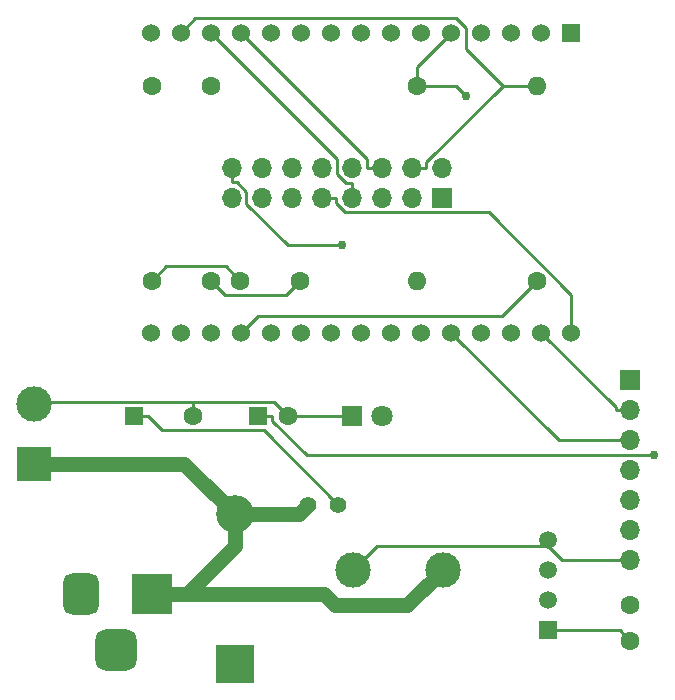
<source format=gbr>
%TF.GenerationSoftware,KiCad,Pcbnew,8.0.7-unknown-202501031821~9d36205ced~ubuntu20.04.1*%
%TF.CreationDate,2025-01-13T23:31:32-03:00*%
%TF.ProjectId,Wise-Shield-32,57697365-2d53-4686-9965-6c642d33322e,rev?*%
%TF.SameCoordinates,Original*%
%TF.FileFunction,Copper,L1,Top*%
%TF.FilePolarity,Positive*%
%FSLAX46Y46*%
G04 Gerber Fmt 4.6, Leading zero omitted, Abs format (unit mm)*
G04 Created by KiCad (PCBNEW 8.0.7-unknown-202501031821~9d36205ced~ubuntu20.04.1) date 2025-01-13 23:31:32*
%MOMM*%
%LPD*%
G01*
G04 APERTURE LIST*
G04 Aperture macros list*
%AMRoundRect*
0 Rectangle with rounded corners*
0 $1 Rounding radius*
0 $2 $3 $4 $5 $6 $7 $8 $9 X,Y pos of 4 corners*
0 Add a 4 corners polygon primitive as box body*
4,1,4,$2,$3,$4,$5,$6,$7,$8,$9,$2,$3,0*
0 Add four circle primitives for the rounded corners*
1,1,$1+$1,$2,$3*
1,1,$1+$1,$4,$5*
1,1,$1+$1,$6,$7*
1,1,$1+$1,$8,$9*
0 Add four rect primitives between the rounded corners*
20,1,$1+$1,$2,$3,$4,$5,0*
20,1,$1+$1,$4,$5,$6,$7,0*
20,1,$1+$1,$6,$7,$8,$9,0*
20,1,$1+$1,$8,$9,$2,$3,0*%
G04 Aperture macros list end*
%TA.AperFunction,ComponentPad*%
%ADD10C,1.400000*%
%TD*%
%TA.AperFunction,ComponentPad*%
%ADD11R,1.600000X1.600000*%
%TD*%
%TA.AperFunction,ComponentPad*%
%ADD12C,1.600000*%
%TD*%
%TA.AperFunction,ComponentPad*%
%ADD13R,3.000000X3.000000*%
%TD*%
%TA.AperFunction,ComponentPad*%
%ADD14C,3.000000*%
%TD*%
%TA.AperFunction,ComponentPad*%
%ADD15R,1.800000X1.800000*%
%TD*%
%TA.AperFunction,ComponentPad*%
%ADD16C,1.800000*%
%TD*%
%TA.AperFunction,ComponentPad*%
%ADD17R,1.524000X1.524000*%
%TD*%
%TA.AperFunction,ComponentPad*%
%ADD18C,1.524000*%
%TD*%
%TA.AperFunction,ComponentPad*%
%ADD19R,3.200000X3.200000*%
%TD*%
%TA.AperFunction,ComponentPad*%
%ADD20O,3.200000X3.200000*%
%TD*%
%TA.AperFunction,ComponentPad*%
%ADD21O,1.600000X1.600000*%
%TD*%
%TA.AperFunction,ComponentPad*%
%ADD22R,1.500000X1.500000*%
%TD*%
%TA.AperFunction,ComponentPad*%
%ADD23C,1.500000*%
%TD*%
%TA.AperFunction,ComponentPad*%
%ADD24R,1.700000X1.700000*%
%TD*%
%TA.AperFunction,ComponentPad*%
%ADD25O,1.700000X1.700000*%
%TD*%
%TA.AperFunction,ComponentPad*%
%ADD26R,3.500000X3.500000*%
%TD*%
%TA.AperFunction,ComponentPad*%
%ADD27RoundRect,0.750000X-0.750000X-1.000000X0.750000X-1.000000X0.750000X1.000000X-0.750000X1.000000X0*%
%TD*%
%TA.AperFunction,ComponentPad*%
%ADD28RoundRect,0.875000X-0.875000X-0.875000X0.875000X-0.875000X0.875000X0.875000X-0.875000X0.875000X0*%
%TD*%
%TA.AperFunction,ViaPad*%
%ADD29C,0.762000*%
%TD*%
%TA.AperFunction,Conductor*%
%ADD30C,1.270000*%
%TD*%
%TA.AperFunction,Conductor*%
%ADD31C,0.254000*%
%TD*%
G04 APERTURE END LIST*
D10*
%TO.P,JP3,1,A*%
%TO.N,+5VA*%
X124750000Y-103500000D03*
%TO.P,JP3,2,B*%
%TO.N,+5VD*%
X127290000Y-103500000D03*
%TD*%
D11*
%TO.P,C3,1*%
%TO.N,+3.3V*%
X120500000Y-96000000D03*
D12*
%TO.P,C3,2*%
%TO.N,GNDREF*%
X123000000Y-96000000D03*
%TD*%
D13*
%TO.P,J6,1,Pin_1*%
%TO.N,+5VA*%
X101500000Y-100040000D03*
D14*
%TO.P,J6,2,Pin_2*%
%TO.N,GNDREF*%
X101500000Y-94960000D03*
%TD*%
D15*
%TO.P,D1,1,K*%
%TO.N,GNDREF*%
X128460000Y-96000000D03*
D16*
%TO.P,D1,2,A*%
%TO.N,Net-(D1-A)*%
X131000000Y-96000000D03*
%TD*%
D12*
%TO.P,C4,1*%
%TO.N,+5VD*%
X111500000Y-68000000D03*
%TO.P,C4,2*%
%TO.N,GNDREF*%
X116500000Y-68000000D03*
%TD*%
D14*
%TO.P,J5,1,Pin_1*%
%TO.N,+5VA*%
X136120000Y-109000000D03*
%TO.P,J5,2,Pin_2*%
%TO.N,GNDREF*%
X128500000Y-109000000D03*
%TD*%
D17*
%TO.P,U1,1,EN*%
%TO.N,unconnected-(U1-EN-Pad1)*%
X147000000Y-63500000D03*
D18*
%TO.P,U1,2,SENSOR_VP*%
%TO.N,unconnected-(U1-SENSOR_VP-Pad2)*%
X144460000Y-63500000D03*
%TO.P,U1,3,SENSOR_VN*%
%TO.N,unconnected-(U1-SENSOR_VN-Pad3)*%
X141920000Y-63500000D03*
%TO.P,U1,4,IO34*%
%TO.N,IO34*%
X139380000Y-63500000D03*
%TO.P,U1,5,IO35*%
%TO.N,IO35*%
X136840000Y-63500000D03*
%TO.P,U1,6,IO32*%
%TO.N,IO32*%
X134300000Y-63500000D03*
%TO.P,U1,7,IO33*%
%TO.N,IO33*%
X131760000Y-63500000D03*
%TO.P,U1,8,IO25*%
%TO.N,IO25*%
X129220000Y-63500000D03*
%TO.P,U1,9,IO26*%
%TO.N,IO26*%
X126680000Y-63500000D03*
%TO.P,U1,10,IO27*%
%TO.N,IO27*%
X124140000Y-63500000D03*
%TO.P,U1,11,IO14*%
%TO.N,IO14*%
X121600000Y-63500000D03*
%TO.P,U1,12,IO12*%
%TO.N,IO12*%
X119060000Y-63500000D03*
%TO.P,U1,13,IO13*%
%TO.N,IO13*%
X116520000Y-63500000D03*
%TO.P,U1,14,GND*%
%TO.N,GNDREF*%
X113980000Y-63500000D03*
%TO.P,U1,15,VIN*%
%TO.N,+5VD*%
X111440000Y-63500000D03*
%TO.P,U1,16,3V3*%
%TO.N,+3.3V*%
X111440000Y-88900000D03*
%TO.P,U1,17,GND*%
%TO.N,GNDREF*%
X113980000Y-88900000D03*
%TO.P,U1,18,IO15*%
%TO.N,IO15*%
X116520000Y-88900000D03*
%TO.P,U1,19,IO2*%
%TO.N,IO02*%
X119060000Y-88900000D03*
%TO.P,U1,20,IO4*%
%TO.N,IO04*%
X121600000Y-88900000D03*
%TO.P,U1,21,IO16*%
%TO.N,IO16*%
X124140000Y-88900000D03*
%TO.P,U1,22,IO17*%
%TO.N,IO17*%
X126680000Y-88900000D03*
%TO.P,U1,23,IO5*%
%TO.N,IO05*%
X129220000Y-88900000D03*
%TO.P,U1,24,IO18*%
%TO.N,IO18*%
X131760000Y-88900000D03*
%TO.P,U1,25,IO19*%
%TO.N,IO19*%
X134300000Y-88900000D03*
%TO.P,U1,26,IO21*%
%TO.N,SDA*%
X136840000Y-88900000D03*
%TO.P,U1,27,RXD0/IO3*%
%TO.N,unconnected-(U1-RXD0{slash}IO3-Pad27)*%
X139380000Y-88900000D03*
%TO.P,U1,28,TXD0/IO1*%
%TO.N,unconnected-(U1-TXD0{slash}IO1-Pad28)*%
X141920000Y-88900000D03*
%TO.P,U1,29,IO22*%
%TO.N,SCL*%
X144460000Y-88900000D03*
%TO.P,U1,30,IO23*%
%TO.N,IO23*%
X147000000Y-88900000D03*
%TD*%
D12*
%TO.P,R1,1*%
%TO.N,+3.3V*%
X152000000Y-115000000D03*
%TO.P,R1,2*%
%TO.N,IO35*%
X152000000Y-112000000D03*
%TD*%
%TO.P,C2,1*%
%TO.N,+3.3V*%
X111500000Y-84500000D03*
%TO.P,C2,2*%
%TO.N,GNDREF*%
X116500000Y-84500000D03*
%TD*%
D11*
%TO.P,C5,1*%
%TO.N,+5VD*%
X110000000Y-96000000D03*
D12*
%TO.P,C5,2*%
%TO.N,GNDREF*%
X115000000Y-96000000D03*
%TD*%
D19*
%TO.P,D2,1,K*%
%TO.N,+5VD*%
X118500000Y-117000000D03*
D20*
%TO.P,D2,2,A*%
%TO.N,+5VA*%
X118500000Y-104300000D03*
%TD*%
D12*
%TO.P,R2,1*%
%TO.N,IO35*%
X133920000Y-68000000D03*
D21*
%TO.P,R2,2*%
%TO.N,GNDREF*%
X144080000Y-68000000D03*
%TD*%
D22*
%TO.P,U2,1,VDD*%
%TO.N,+3.3V*%
X145000000Y-114120000D03*
D23*
%TO.P,U2,2,DATA*%
%TO.N,IO33*%
X145000000Y-111580000D03*
%TO.P,U2,3,NC*%
%TO.N,unconnected-(U2-NC-Pad3)*%
X145000000Y-109040000D03*
%TO.P,U2,4,GND*%
%TO.N,GNDREF*%
X145000000Y-106500000D03*
%TD*%
D24*
%TO.P,J4,1,Pin_1*%
%TO.N,+3.3V*%
X152000000Y-92960000D03*
D25*
%TO.P,J4,2,Pin_2*%
%TO.N,SCL*%
X152000000Y-95500000D03*
%TO.P,J4,3,Pin_3*%
%TO.N,SDA*%
X152000000Y-98040000D03*
%TO.P,J4,4,Pin_4*%
%TO.N,IO02*%
X152000000Y-100580000D03*
%TO.P,J4,5,Pin_5*%
%TO.N,IO32*%
X152000000Y-103120000D03*
%TO.P,J4,6,Pin_6*%
%TO.N,IO34*%
X152000000Y-105660000D03*
%TO.P,J4,7,Pin_7*%
%TO.N,GNDREF*%
X152000000Y-108200000D03*
%TD*%
D26*
%TO.P,J3,1*%
%TO.N,+5VA*%
X111500000Y-111042500D03*
D27*
%TO.P,J3,2*%
%TO.N,GNDREF*%
X105500000Y-111042500D03*
D28*
%TO.P,J3,3*%
X108500000Y-115742500D03*
%TD*%
D12*
%TO.P,R3,1*%
%TO.N,IO02*%
X144080000Y-84500000D03*
D21*
%TO.P,R3,2*%
%TO.N,Net-(D1-A)*%
X133920000Y-84500000D03*
%TD*%
D12*
%TO.P,C1,1*%
%TO.N,+3.3V*%
X119000000Y-84500000D03*
%TO.P,C1,2*%
%TO.N,GNDREF*%
X124000000Y-84500000D03*
%TD*%
D25*
%TO.P,J1,A,A*%
%TO.N,IO23*%
X125880000Y-77500000D03*
%TO.P,J1,B,B*%
%TO.N,IO19*%
X125880000Y-74960000D03*
%TO.P,J1,B1,B1*%
%TO.N,IO27*%
X133500000Y-77500000D03*
%TO.P,J1,B2,B2*%
%TO.N,IO13*%
X128420000Y-77500000D03*
%TO.P,J1,C,C*%
%TO.N,IO05*%
X123340000Y-77500000D03*
%TO.P,J1,CLK,CLK*%
%TO.N,IO16*%
X120800000Y-77500000D03*
%TO.P,J1,D,D*%
%TO.N,IO17*%
X123340000Y-74960000D03*
%TO.P,J1,E,E*%
%TO.N,Net-(JP2-A)*%
X128420000Y-74960000D03*
%TO.P,J1,G/E,GND*%
%TO.N,Net-(JP2-B)*%
X118260000Y-74960000D03*
%TO.P,J1,G1,G1*%
%TO.N,IO26*%
X136040000Y-74960000D03*
%TO.P,J1,G2,G2*%
%TO.N,IO12*%
X130960000Y-74960000D03*
%TO.P,J1,GND,GND*%
%TO.N,GNDREF*%
X133500000Y-74960000D03*
%TO.P,J1,LAT,LAT*%
%TO.N,IO04*%
X120800000Y-74960000D03*
%TO.P,J1,OE,OE*%
%TO.N,IO15*%
X118260000Y-77500000D03*
D24*
%TO.P,J1,R1,R1*%
%TO.N,IO25*%
X136040000Y-77500000D03*
D25*
%TO.P,J1,R2,R2*%
%TO.N,IO14*%
X130960000Y-77500000D03*
%TD*%
D29*
%TO.N,IO35*%
X138121800Y-68863600D03*
%TO.N,Net-(JP2-B)*%
X127579400Y-81523900D03*
%TO.N,+3.3V*%
X154032100Y-99310100D03*
%TD*%
D30*
%TO.N,+5VA*%
X118500000Y-104300000D02*
X123950000Y-104300000D01*
X123950000Y-104300000D02*
X124750000Y-103500000D01*
X126042500Y-111042500D02*
X127000000Y-112000000D01*
X111500000Y-111042500D02*
X126042500Y-111042500D01*
X127000000Y-112000000D02*
X133120000Y-112000000D01*
X133120000Y-112000000D02*
X136120000Y-109000000D01*
X114457500Y-111042500D02*
X118500000Y-107000000D01*
X111500000Y-111042500D02*
X114457500Y-111042500D01*
X118500000Y-107000000D02*
X118500000Y-104300000D01*
X101500000Y-100040000D02*
X114240000Y-100040000D01*
X114240000Y-100040000D02*
X118500000Y-104300000D01*
D31*
%TO.N,IO23*%
X147000000Y-85719200D02*
X147000000Y-88900000D01*
X140013500Y-78732700D02*
X147000000Y-85719200D01*
X127883000Y-78732700D02*
X140013500Y-78732700D01*
X127112700Y-77962400D02*
X127883000Y-78732700D01*
X127112700Y-77500000D02*
X127112700Y-77962400D01*
X125880000Y-77500000D02*
X127112700Y-77500000D01*
%TO.N,IO12*%
X129727300Y-74167300D02*
X119060000Y-63500000D01*
X129727300Y-74960000D02*
X129727300Y-74167300D01*
X130960000Y-74960000D02*
X129727300Y-74960000D01*
%TO.N,IO13*%
X127187300Y-74167300D02*
X116520000Y-63500000D01*
X127187300Y-75497000D02*
X127187300Y-74167300D01*
X127957600Y-76267300D02*
X127187300Y-75497000D01*
X128420000Y-76267300D02*
X127957600Y-76267300D01*
X128420000Y-77500000D02*
X128420000Y-76267300D01*
%TO.N,IO35*%
X133920000Y-66420000D02*
X136840000Y-63500000D01*
X133920000Y-68000000D02*
X133920000Y-66420000D01*
X137258200Y-68000000D02*
X138121800Y-68863600D01*
X133920000Y-68000000D02*
X137258200Y-68000000D01*
%TO.N,Net-(JP2-B)*%
X123036500Y-81523900D02*
X127579400Y-81523900D01*
X119492700Y-77980100D02*
X123036500Y-81523900D01*
X119492700Y-76963000D02*
X119492700Y-77980100D01*
X118722400Y-76192700D02*
X119492700Y-76963000D01*
X118260000Y-76192700D02*
X118722400Y-76192700D01*
X118260000Y-74960000D02*
X118260000Y-76192700D01*
%TO.N,IO02*%
X120498700Y-87461300D02*
X119060000Y-88900000D01*
X141118700Y-87461300D02*
X120498700Y-87461300D01*
X144080000Y-84500000D02*
X141118700Y-87461300D01*
%TO.N,SDA*%
X145980000Y-98040000D02*
X136840000Y-88900000D01*
X152000000Y-98040000D02*
X145980000Y-98040000D01*
%TO.N,SCL*%
X150767300Y-95207300D02*
X144460000Y-88900000D01*
X150767300Y-95500000D02*
X150767300Y-95207300D01*
X152000000Y-95500000D02*
X150767300Y-95500000D01*
%TO.N,+5VD*%
X120972700Y-97182700D02*
X127290000Y-103500000D01*
X112365400Y-97182700D02*
X120972700Y-97182700D01*
X111182700Y-96000000D02*
X112365400Y-97182700D01*
X110000000Y-96000000D02*
X111182700Y-96000000D01*
%TO.N,GNDREF*%
X133500000Y-74960000D02*
X134732700Y-74960000D01*
X145000000Y-106936500D02*
X145000000Y-106500000D01*
X146263500Y-108200000D02*
X145000000Y-106936500D01*
X152000000Y-108200000D02*
X146263500Y-108200000D01*
X130563500Y-106936500D02*
X128500000Y-109000000D01*
X145000000Y-106936500D02*
X130563500Y-106936500D01*
X128460000Y-96000000D02*
X123000000Y-96000000D01*
X115000000Y-96000000D02*
X115000000Y-94817300D01*
X101642700Y-94817300D02*
X115000000Y-94817300D01*
X101500000Y-94960000D02*
X101642700Y-94817300D01*
X121817300Y-94817300D02*
X123000000Y-96000000D01*
X115000000Y-94817300D02*
X121817300Y-94817300D01*
X122814700Y-85685300D02*
X124000000Y-84500000D01*
X117685300Y-85685300D02*
X122814700Y-85685300D01*
X116500000Y-84500000D02*
X117685300Y-85685300D01*
X115174700Y-62305300D02*
X113980000Y-63500000D01*
X137284300Y-62305300D02*
X115174700Y-62305300D01*
X138110000Y-63131000D02*
X137284300Y-62305300D01*
X138110000Y-64879600D02*
X138110000Y-63131000D01*
X141230400Y-68000000D02*
X138110000Y-64879600D01*
X134732700Y-74497700D02*
X141230400Y-68000000D01*
X134732700Y-74960000D02*
X134732700Y-74497700D01*
X141230400Y-68000000D02*
X144080000Y-68000000D01*
%TO.N,+3.3V*%
X151120000Y-114120000D02*
X152000000Y-115000000D01*
X145000000Y-114120000D02*
X151120000Y-114120000D01*
X120500000Y-96000000D02*
X121682700Y-96000000D01*
X124623200Y-99310100D02*
X154032100Y-99310100D01*
X121682700Y-96369600D02*
X124623200Y-99310100D01*
X121682700Y-96000000D02*
X121682700Y-96369600D01*
X117788600Y-83288600D02*
X119000000Y-84500000D01*
X112711400Y-83288600D02*
X117788600Y-83288600D01*
X111500000Y-84500000D02*
X112711400Y-83288600D01*
%TD*%
M02*

</source>
